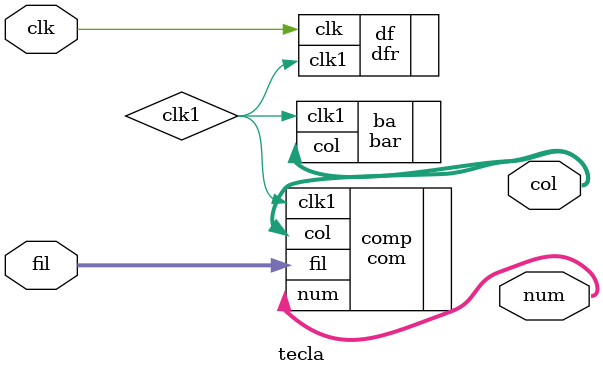
<source format=v>
`timescale 1ns / 1ps
module tecla(clk, fil, col, num);

input clk;
input [3:0]fil;
output [3:0]col;
output [3:0]num;
//input [11:0]botton;
//output reg led;
//reg [27:0]clk0;
//reg [27:0]clk_1;
//reg [27:0]clk2;
//reg [27:0]clk3;
//reg [27:0]clk4;
//reg [27:0]clk5;
//reg [27:0]clk6;
//reg [27:0]clk7;
//reg [27:0]clk8;
//reg [27:0]clk9;
//reg [27:0]clk10;
//reg [27:0]clk11;

wire [3:0]num;
wire clk1;



dfr df(.clk(clk), .clk1(clk1));
bar ba(.clk1(clk1), .col(col));
com comp(.clk1(clk1), .fil(fil), .col(col), .num(num));



/*
always @(posedge clk)begin

//////////////////Tercera Octava
if(num == 4'b0001)begin
	if(!botton[0])begin
		clk0 = 1;
	end
	else begin
	if(clk0 < 'd382263)begin
		clk0 = clk0 + 1;
		end
	else begin 
	 led = !led;
	 clk0 = 0;
		end
	end
	
		if(!botton[1])begin
		clk_1 = 1;
	end
	else begin
	if(clk_1 < 'd360750)begin
		clk_1 = clk_1 + 1;
		end
	else begin 
	 led = !led;
	 clk_1 = 0;
		end
	end

		if(!botton[2])begin
		clk2 = 1;
	end
	else begin
	if(clk2 < 'd331477)begin
		clk2 = clk2 + 1;
		end
	else begin 
	 led = !led;
	 clk2 = 0;
		end
	end
	
		if(!botton[3])begin
		clk3 = 1;
	end
	else begin
	if(clk3< 'd321419)begin
		clk3 = clk3 + 1;
		end
	else begin 
	 led = !led;
	 clk3 = 0;
		end
	end
	
		if(!botton[4])begin
		clk4 = 1;
	end
	else begin
	if(clk4 < 'd303398)begin
		clk4 = clk4 + 1;
		end
	else begin 
	 led = !led;
	 clk4 = 0;
		end
	end

		if(!botton[5])begin
		clk5 = 1;
	end
	else begin
	if(clk5 < 'd286369)begin
		clk5 = clk5 + 1;
		end
	else begin 
	 led = !led;
	 clk5 = 0;
		end
	end
	
		if(!botton[6])begin
		clk6 = 1;
	end
	else begin
	if(clk6 < 'd270270)begin
		clk6 = clk6 + 1;
		end
	else begin 
	 led = !led;
	 clk6 = 0;
		end
	end
	
		if(!botton[7])begin
		clk7 = 1;
	end
	else begin
	if(clk7 < 'd255102)begin
		clk7 = clk7 + 1;
		end
	else begin 
	 led = !led;
	 clk7 = 0;
		end
	end
	
		if(!botton[8])begin
		clk8 = 1;
	end
	else begin
	if(clk8 < 'd240801)begin
		clk8 = clk8 + 1;
		end
	else begin 
	 led = !led;
	 clk8 = 0;
		end
	end

		if(!botton[9])begin
		clk9 = 1;
	end
	else begin
	if(clk9 < 'd227273)begin
		clk9 = clk9 + 1;
		end
	else begin 
	 led = !led;
	 clk9 = 0;
		end
	end

		if(!botton[10])begin
		clk10 = 1;
	end
	else begin
	if(clk10 < 'd214519)begin
		clk10 = clk10 + 1;
		end
	else begin 
	 led = !led;
	 clk10 = 0;
		end
	end
	
		if(!botton[11])begin
		clk11 = 1;
	end
	else begin
	if(clk11 < 'd202462)begin
		clk11 = clk11 + 1;
		end
	else begin 
	 led = !led;
	 clk11 = 0;
		end
	end
	
end  
//////////////////Cuarta Octava 

if(num == 4'b0010)begin
	if(!botton[0])begin
		clk0 = 1;
	end
	else begin
	if(clk0 < 'd191110)begin
		clk0 = clk0 + 1;
		end
	else begin 
	 led = !led;
	 clk0 = 0;
		end
	end
	
		if(!botton[1])begin
		clk_1 = 1;
	end
	else begin
	if(clk_1 < 'd180388)begin
		clk_1 = clk_1 + 1;
		end
	else begin 
	 led = !led;
	 clk_1 = 0;
		end
	end

		if(!botton[2])begin
		clk2 = 1;
	end
	else begin
	if(clk2 < 'd170265)begin
		clk2 = clk2 + 1;
		end
	else begin 
	 led = !led;
	 clk2 = 0;
		end
	end
	
		if(!botton[3])begin
		clk3 = 1;
	end
	else begin
	if(clk3< 'd160704)begin
		clk3 = clk3 + 1;
		end
	else begin 
	 led = !led;
	 clk3 = 0;
		end
	end
	
		if(!botton[4])begin
		clk4 = 1;
	end
	else begin
	if(clk4 < 'd151685)begin
		clk4 = clk4 + 1;
		end
	else begin 
	 led = !led;
	 clk4 = 0;
		end
	end

		if(!botton[5])begin
		clk5 = 1;
	end
	else begin
	if(clk5 < 'd143172)begin
		clk5 = clk5 + 1;
		end
	else begin 
	 led = !led;
	 clk5 = 0;
		end
	end
	
		if(!botton[6])begin
		clk6 = 1;
	end
	else begin
	if(clk6 < 'd135138)begin
		clk6 = clk6 + 1;
		end
	else begin 
	 led = !led;
	 clk6 = 0;
		end
	end
	
		if(!botton[7])begin
		clk7 = 1;
	end
	else begin
	if(clk7 < 'd127551)begin
		clk7 = clk7 + 1;
		end
	else begin 
	 led = !led;
	 clk7 = 0;
		end
	end
	
		if(!botton[8])begin
		clk8 = 1;
	end
	else begin
	if(clk8 < 'd120395)begin
		clk8 = clk8 + 1;
		end
	else begin 
	 led = !led;
	 clk8 = 0;
		end
	end

		if(!botton[9])begin
		clk9 = 1;
	end
	else begin
	if(clk9 < 'd113636)begin
		clk9 = clk9 + 1;
		end
	else begin 
	 led = !led;
	 clk9 = 0;
		end
	end

		if(!botton[10])begin
		clk10 = 1;
	end
	else begin
	if(clk10 < 'd107296)begin
		clk10 = clk10 + 1;
		end
	else begin 
	 led = !led;
	 clk10 = 0;
		end
	end
	
		if(!botton[11])begin
		clk11 = 1;
	end
	else begin
	if(clk11 < 'd101240)begin
		clk11 = clk11 + 1;
		end
	else begin 
	 led = !led;
	 clk11 = 0;
		end
	end
	
end

//////////////////Quinta Octava 

if(num == 4'b0011)begin
	if(!botton[0])begin
		clk0 = 1;
	end
	else begin
	if(clk0 < 'd95556)begin
		clk0 = clk0 + 1;
		end
	else begin 
	 led = !led;
	 clk0 = 0;
		end
	end
	
		if(!botton[1])begin
		clk_1 = 1;
	end
	else begin
	if(clk_1 < 'd90192)begin
		clk_1 = clk_1 + 1;
		end
	else begin 
	 led = !led;
	 clk_1 = 0;
		end
	end

		if(!botton[2])begin
		clk2 = 1;
	end
	else begin
	if(clk2 < 'd85131)begin
		clk2 = clk2 + 1;
		end
	else begin 
	 led = !led;
	 clk2 = 0;
		end
	end
	
		if(!botton[3])begin
		clk3 = 1;
	end
	else begin
	if(clk3< 'd80353)begin
		clk3 = clk3 + 1;
		end
	else begin 
	 led = !led;
	 clk3 = 0;
		end
	end
	
		if(!botton[4])begin
		clk4 = 1;
	end
	else begin
	if(clk4 < 'd75842)begin
		clk4 = clk4 + 1;
		end
	else begin 
	 led = !led;
	 clk4 = 0;
		end
	end

		if(!botton[5])begin
		clk5 = 1;
	end
	else begin
	if(clk5 < 'd71586)begin
		clk5 = clk5 + 1;
		end
	else begin 
	 led = !led;
	 clk5 = 0;
		end
	end
	
		if(!botton[6])begin
		clk6 = 1;
	end
	else begin
	if(clk6 < 'd67568)begin
		clk6 = clk6 + 1;
		end
	else begin 
	 led = !led;
	 clk6 = 0;
		end
	end
	
		if(!botton[7])begin
		clk7 = 1;
	end
	else begin
	if(clk7 < 'd63776)begin
		clk7 = clk7 + 1;
		end
	else begin 
	 led = !led;
	 clk7 = 0;
		end
	end
	
		if(!botton[8])begin
		clk8 = 1;
	end
	else begin
	if(clk8 < 'd60196)begin
		clk8 = clk8 + 1;
		end
	else begin 
	 led = !led;
	 clk8 = 0;
		end
	end

		if(!botton[9])begin
		clk9 = 1;
	end
	else begin
	if(clk9 < 'd56818)begin
		clk9 = clk9 + 1;
		end
	else begin 
	 led = !led;
	 clk9 = 0;
		end
	end

		if(!botton[10])begin
		clk10 = 1;
	end
	else begin
	if(clk10 < 'd53629)begin
		clk10 = clk10 + 1;
		end
	else begin 
	 led = !led;
	 clk10 = 0;
		end
	end
	
		if(!botton[11])begin
		clk11 = 1;
	end
	else begin
	if(clk11 < 'd50619)begin
		clk11 = clk11 + 1;
		end
	else begin 
	 led = !led;
	 clk11 = 0;
		end
	end
	
end

//////////////////Sexta Octava 

if(num == 4'b0100)begin
	if(!botton[0])begin
		clk0 = 1;
	end
	else begin
	if(clk0 < 'd47778)begin
		clk0 = clk0 + 1;
		end
	else begin 
	 led = !led;
	 clk0 = 0;
		end
	end
	
		if(!botton[1])begin
		clk_1 = 1;
	end
	else begin
	if(clk_1 < 'd45096)begin
		clk_1 = clk_1 + 1;
		end
	else begin 
	 led = !led;
	 clk_1 = 0;
		end
	end

		if(!botton[2])begin
		clk2 = 1;
	end
	else begin
	if(clk2 < 'd42565)begin
		clk2 = clk2 + 1;
		end
	else begin 
	 led = !led;
	 clk2 = 0;
		end
	end
	
		if(!botton[3])begin
		clk3 = 1;
	end
	else begin
	if(clk3< 'd40176)begin
		clk3 = clk3 + 1;
		end
	else begin 
	 led = !led;
	 clk3 = 0;
		end
	end
	
		if(!botton[4])begin
		clk4 = 1;
	end
	else begin
	if(clk4 < 'd37921)begin
		clk4 = clk4 + 1;
		end
	else begin 
	 led = !led;
	 clk4 = 0;
		end
	end

		if(!botton[5])begin
		clk5 = 1;
	end
	else begin
	if(clk5 < 'd35793)begin
		clk5 = clk5 + 1;
		end
	else begin 
	 led = !led;
	 clk5 = 0;
		end
	end
	
		if(!botton[6])begin
		clk6 = 1;
	end
	else begin
	if(clk6 < 'd33784)begin
		clk6 = clk6 + 1;
		end
	else begin 
	 led = !led;
	 clk6 = 0;
		end
	end
	
		if(!botton[7])begin
		clk7 = 1;
	end
	else begin
	if(clk7 < 'd31888)begin
		clk7 = clk7 + 1;
		end
	else begin 
	 led = !led;
	 clk7 = 0;
		end
	end
	
		if(!botton[8])begin
		clk8 = 1;
	end
	else begin
	if(clk8 < 'd30098)begin
		clk8 = clk8 + 1;
		end
	else begin 
	 led = !led;
	 clk8 = 0;
		end
	end

		if(!botton[9])begin
		clk9 = 1;
	end
	else begin
	if(clk9 < 'd28409)begin
		clk9 = clk9 + 1;
		end
	else begin 
	 led = !led;
	 clk9 = 0;
		end
	end

		if(!botton[10])begin
		clk10 = 1;
	end
	else begin
	if(clk10 < 'd26814)begin
		clk10 = clk10 + 1;
		end
	else begin 
	 led = !led;
	 clk10 = 0;
		end
	end
	
		if(!botton[11])begin
		clk11 = 1;
	end
	else begin
	if(clk11 < 'd25309)begin
		clk11 = clk11 + 1;
		end
	else begin 
	 led = !led;
	 clk11 = 0;
		end
	end
	
end

end
*/
endmodule

</source>
